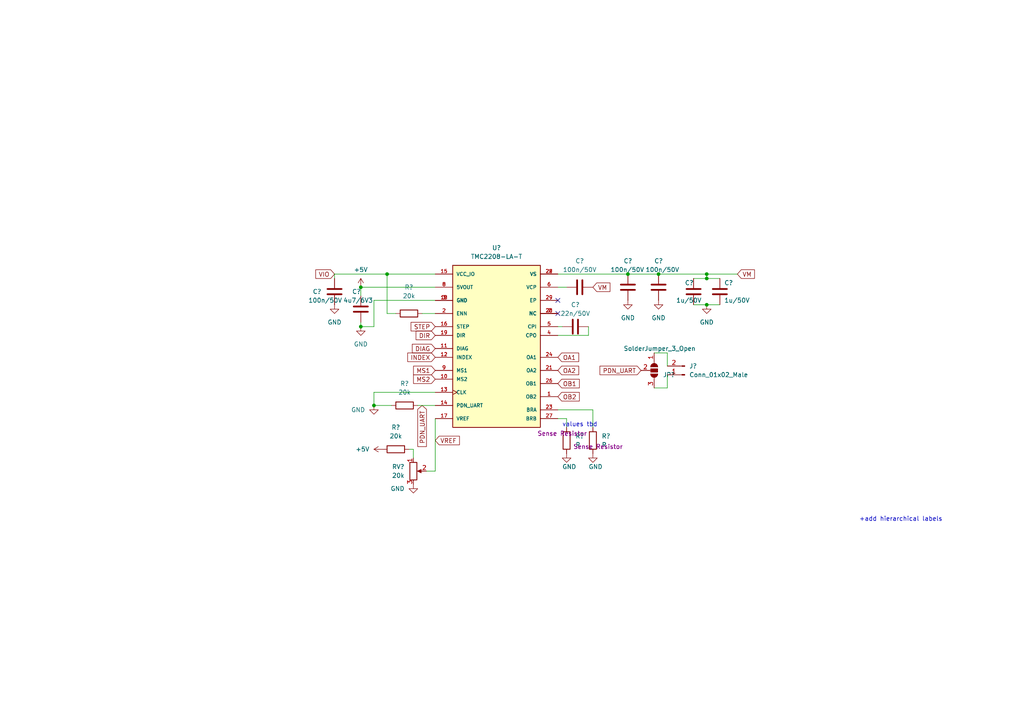
<source format=kicad_sch>
(kicad_sch (version 20211123) (generator eeschema)
  (paper "A4")
  (lib_symbols
    (symbol "Connector:Conn_01x02_Male" (pin_names (offset 1.016) hide)
      (property "Reference" "J" (at 0 2.54 0))
      (property "Value" "Conn_01x02_Male" (at 0 -5.08 0))
      (symbol "Conn_01x02_Male_1_1"
        (polyline (pts (xy 1.27 -2.54) (xy 0.8636 -2.54)) (stroke (width 0.1524)))
        (polyline (pts (xy 1.27 0) (xy 0.8636 0)) (stroke (width 0.1524)))
        (rectangle (start 0.8636 -2.413) (end 0 -2.667) (stroke (width 0.1524)) (fill (type outline)))
        (rectangle (start 0.8636 0.127) (end 0 -0.127) (stroke (width 0.1524)) (fill (type outline)))
        (pin passive line (at 5.08 0 180) (length 3.81) (name "Pin_1") (number "1"))
        (pin passive line (at 5.08 -2.54 180) (length 3.81) (name "Pin_2") (number "2"))
      )
    )
    (symbol "Device:C" (pin_numbers hide) (pin_names (offset 0.254))
      (property "Reference" "C" (at 0.635 2.54 0))
      (property "Value" "C" (at 0.635 -2.54 0))
      (symbol "C_0_1"
        (polyline (pts (xy -2.032 -0.762) (xy 2.032 -0.762)) (stroke (width 0.508)))
        (polyline (pts (xy -2.032 0.762) (xy 2.032 0.762)) (stroke (width 0.508)))
      )
      (symbol "C_1_1"
        (pin passive line (at 0 3.81 270) (length 2.794) (name "~") (number "1"))
        (pin passive line (at 0 -3.81 90) (length 2.794) (name "~") (number "2"))
      )
    )
    (symbol "Device:R" (pin_numbers hide) (pin_names (offset 0))
      (property "Reference" "R" (at 2.032 0 90))
      (property "Value" "R" (at 0 0 90))
      (symbol "R_0_1"
        (rectangle (start -1.016 -2.54) (end 1.016 2.54) (stroke (width 0.254)))
      )
      (symbol "R_1_1"
        (pin passive line (at 0 3.81 270) (length 1.27) (name "~") (number "1"))
        (pin passive line (at 0 -3.81 90) (length 1.27) (name "~") (number "2"))
      )
    )
    (symbol "Device:R_Potentiometer" (pin_names (offset 1.016) hide)
      (property "Reference" "RV" (at -4.445 0 90))
      (property "Value" "R_Potentiometer" (at -2.54 0 90))
      (symbol "R_Potentiometer_0_1"
        (polyline (pts (xy 2.54 0) (xy 1.524 0)))
        (polyline (pts (xy 1.143 0) (xy 2.286 0.508) (xy 2.286 -0.508) (xy 1.143 0)) (fill (type outline)))
        (rectangle (start 1.016 2.54) (end -1.016 -2.54) (stroke (width 0.254)))
      )
      (symbol "R_Potentiometer_1_1"
        (pin passive line (at 0 3.81 270) (length 1.27) (name "1") (number "1"))
        (pin passive line (at 3.81 0 180) (length 1.27) (name "2") (number "2"))
        (pin passive line (at 0 -3.81 90) (length 1.27) (name "3") (number "3"))
      )
    )
    (symbol "Jumper:SolderJumper_3_Open" (pin_names (offset 0) hide)
      (property "Reference" "JP" (at -2.54 -2.54 0))
      (property "Value" "SolderJumper_3_Open" (at 0 2.794 0))
      (symbol "SolderJumper_3_Open_0_1"
        (arc (start -1.016 1.016) (mid -2.032 0) (end -1.016 -1.016))
        (arc (start -1.016 1.016) (mid -2.032 0) (end -1.016 -1.016) (fill (type outline)))
        (rectangle (start -0.508 1.016) (end 0.508 -1.016) (fill (type outline)))
        (polyline (pts (xy -2.54 0) (xy -2.032 0)))
        (polyline (pts (xy -1.016 1.016) (xy -1.016 -1.016)))
        (polyline (pts (xy 0 -1.27) (xy 0 -1.016)))
        (polyline (pts (xy 1.016 1.016) (xy 1.016 -1.016)))
        (polyline (pts (xy 2.54 0) (xy 2.032 0)))
        (arc (start 1.016 -1.016) (mid 2.032 0) (end 1.016 1.016))
        (arc (start 1.016 -1.016) (mid 2.032 0) (end 1.016 1.016) (fill (type outline)))
      )
      (symbol "SolderJumper_3_Open_1_1"
        (pin passive line (at -5.08 0 0) (length 2.54) (name "A") (number "1"))
        (pin passive line (at 0 -3.81 90) (length 2.54) (name "C") (number "2"))
        (pin passive line (at 5.08 0 180) (length 2.54) (name "B") (number "3"))
      )
    )
    (symbol "TMC2208-LA-T:TMC2208-LA-T" (pin_names (offset 1.016))
      (property "Reference" "U?" (at 0 33.6296 0))
      (property "Value" "TMC2208-LA-T" (at 0 31.0896 0))
      (symbol "TMC2208-LA-T_0_0"
        (rectangle (start -12.7 27.94) (end 12.7 -19.05) (stroke (width 0.254)) (fill (type background)))
        (pin output line (at 17.78 -10.16 180) (length 5.08) (name "OB2") (number "1"))
        (pin input line (at -17.78 -5.08 0) (length 5.08) (name "MS2") (number "10"))
        (pin output line (at -17.78 3.81 0) (length 5.08) (name "DIAG") (number "11"))
        (pin output line (at -17.78 1.27 0) (length 5.08) (name "INDEX") (number "12"))
        (pin input clock (at -17.78 -8.89 0) (length 5.08) (name "CLK") (number "13"))
        (pin bidirectional line (at -17.78 -12.7 0) (length 5.08) (name "PDN_UART") (number "14"))
        (pin power_in line (at -17.78 25.4 0) (length 5.08) (name "VCC_IO") (number "15"))
        (pin input line (at -17.78 10.16 0) (length 5.08) (name "STEP") (number "16"))
        (pin input line (at -17.78 -16.51 0) (length 5.08) (name "VREF") (number "17"))
        (pin power_in line (at -17.78 17.78 0) (length 5.08) (name "GND") (number "18"))
        (pin input line (at -17.78 7.62 0) (length 5.08) (name "DIR") (number "19"))
        (pin input line (at -17.78 13.97 0) (length 5.08) (name "ENN") (number "2"))
        (pin passive line (at 17.78 13.97 180) (length 5.08) (name "NC") (number "20"))
        (pin output line (at 17.78 -2.54 180) (length 5.08) (name "OA2") (number "21"))
        (pin power_in line (at 17.78 25.4 180) (length 5.08) (name "VS") (number "22"))
        (pin passive line (at 17.78 -13.97 180) (length 5.08) (name "BRA") (number "23"))
        (pin output line (at 17.78 1.27 180) (length 5.08) (name "OA1") (number "24"))
        (pin passive line (at 17.78 13.97 180) (length 5.08) (name "NC") (number "25"))
        (pin output line (at 17.78 -6.35 180) (length 5.08) (name "OB1") (number "26"))
        (pin passive line (at 17.78 -16.51 180) (length 5.08) (name "BRB") (number "27"))
        (pin power_in line (at 17.78 25.4 180) (length 5.08) (name "VS") (number "28"))
        (pin power_in line (at 17.78 17.78 180) (length 5.08) (name "EP") (number "29"))
        (pin power_in line (at -17.78 17.78 0) (length 5.08) (name "GND") (number "3"))
        (pin output line (at 17.78 7.62 180) (length 5.08) (name "CPO") (number "4"))
        (pin input line (at 17.78 10.16 180) (length 5.08) (name "CPI") (number "5"))
        (pin power_in line (at 17.78 21.59 180) (length 5.08) (name "VCP") (number "6"))
        (pin passive line (at 17.78 13.97 180) (length 5.08) (name "NC") (number "7"))
        (pin power_in line (at -17.78 21.59 0) (length 5.08) (name "5VOUT") (number "8"))
        (pin input line (at -17.78 -2.54 0) (length 5.08) (name "MS1") (number "9"))
      )
    )
    (symbol "power:+5V" (power) (pin_names (offset 0))
      (property "Value" "+5V" (at 0 3.556 0))
      (symbol "+5V_0_1"
        (polyline (pts (xy -0.762 1.27) (xy 0 2.54)))
        (polyline (pts (xy 0 0) (xy 0 2.54)))
        (polyline (pts (xy 0 2.54) (xy 0.762 1.27)))
      )
      (symbol "+5V_1_1"
        (pin power_in line (at 0 0 90) (length 0) hide (name "+5V") (number "1"))
      )
    )
    (symbol "power:GND" (power) (pin_names (offset 0))
      (property "Value" "GND" (at 0 -3.81 0))
      (symbol "GND_0_1"
        (polyline (pts (xy 0 0) (xy 0 -1.27) (xy 1.27 -1.27) (xy 0 -2.54) (xy -1.27 -1.27) (xy 0 -1.27)))
      )
      (symbol "GND_1_1"
        (pin power_in line (at 0 0 270) (length 0) hide (name "GND") (number "1"))
      )
    )
  )
  (junction (at 112.268 79.502))
  (junction (at 104.648 94.742))
  (junction (at 191.008 79.502))
  (junction (at 204.978 80.772))
  (junction (at 182.118 79.502))
  (junction (at 108.458 117.602))
  (junction (at 104.648 83.312))
  (junction (at 204.978 88.392))
  (junction (at 204.978 79.502))
  (no_connect (at 161.798 90.932))
  (no_connect (at 161.798 87.122))
  (wire (pts (xy 161.798 83.312) (xy 164.338 83.312)))
  (wire (pts (xy 122.428 90.932) (xy 126.238 90.932)))
  (wire (pts (xy 126.238 87.122) (xy 108.458 87.122)))
  (wire (pts (xy 204.978 79.502) (xy 204.978 80.772)))
  (wire (pts (xy 171.958 118.872) (xy 171.958 123.952)))
  (wire (pts (xy 114.808 90.932) (xy 112.268 90.932)))
  (wire (pts (xy 193.548 112.522) (xy 193.548 108.712)))
  (wire (pts (xy 104.648 83.312) (xy 126.238 83.312)))
  (wire (pts (xy 161.798 118.872) (xy 171.958 118.872)))
  (wire (pts (xy 170.688 97.282) (xy 161.798 97.282)))
  (wire (pts (xy 108.458 113.792) (xy 108.458 117.602)))
  (wire (pts (xy 201.168 88.392) (xy 204.978 88.392)))
  (wire (pts (xy 182.118 79.502) (xy 191.008 79.502)))
  (wire (pts (xy 161.798 121.412) (xy 164.338 121.412)))
  (wire (pts (xy 189.738 112.522) (xy 193.548 112.522)))
  (wire (pts (xy 201.168 80.772) (xy 204.978 80.772)))
  (wire (pts (xy 126.238 113.792) (xy 108.458 113.792)))
  (wire (pts (xy 104.648 83.312) (xy 104.648 85.852)))
  (wire (pts (xy 108.458 117.602) (xy 113.538 117.602)))
  (wire (pts (xy 170.688 94.742) (xy 170.688 97.282)))
  (wire (pts (xy 108.458 94.742) (xy 104.648 94.742)))
  (wire (pts (xy 189.738 102.362) (xy 193.548 102.362)))
  (wire (pts (xy 161.798 79.502) (xy 182.118 79.502)))
  (wire (pts (xy 112.268 79.502) (xy 97.028 79.502)))
  (wire (pts (xy 119.888 132.842) (xy 119.888 130.302)))
  (wire (pts (xy 97.028 79.502) (xy 97.028 80.772)))
  (wire (pts (xy 112.268 90.932) (xy 112.268 79.502)))
  (wire (pts (xy 191.008 79.502) (xy 204.978 79.502)))
  (wire (pts (xy 104.648 93.472) (xy 104.648 94.742)))
  (wire (pts (xy 204.978 80.772) (xy 208.788 80.772)))
  (wire (pts (xy 193.548 102.362) (xy 193.548 106.172)))
  (wire (pts (xy 126.238 79.502) (xy 112.268 79.502)))
  (wire (pts (xy 108.458 87.122) (xy 108.458 94.742)))
  (wire (pts (xy 119.888 130.302) (xy 118.618 130.302)))
  (wire (pts (xy 204.978 79.502) (xy 213.868 79.502)))
  (wire (pts (xy 161.798 94.742) (xy 163.068 94.742)))
  (wire (pts (xy 204.978 88.392) (xy 208.788 88.392)))
  (wire (pts (xy 126.238 136.652) (xy 126.238 121.412)))
  (wire (pts (xy 164.338 121.412) (xy 164.338 123.952)))
  (wire (pts (xy 123.698 136.652) (xy 126.238 136.652)))
  (wire (pts (xy 121.158 117.602) (xy 126.238 117.602)))
  (text "+add hierarchical labels" (at 249.174 151.384 0) (effects (font (size 1.27 1.27)) (justify left bottom)))
  (text "values tbd" (at 163.068 123.952 0) (effects (font (size 1.27 1.27)) (justify left bottom)))
  (global_label "PDN_UART" (shape input) (at 122.428 117.602 270) (property "Intersheet References" "${INTERSHEET_REFS}" (effects hide)))
  (global_label "OA2" (shape input) (at 161.798 107.442 0) (property "Intersheet References" "${INTERSHEET_REFS}" (effects hide)))
  (global_label "OB1" (shape input) (at 161.798 111.252 0) (property "Intersheet References" "${INTERSHEET_REFS}" (effects hide)))
  (global_label "VIO" (shape input) (at 97.028 79.502 180) (property "Intersheet References" "${INTERSHEET_REFS}" (effects hide)))
  (global_label "DIAG" (shape input) (at 126.238 101.092 180) (property "Intersheet References" "${INTERSHEET_REFS}" (effects hide)))
  (global_label "MS1" (shape input) (at 126.238 107.442 180) (property "Intersheet References" "${INTERSHEET_REFS}" (effects hide)))
  (global_label "INDEX" (shape input) (at 126.238 103.632 180) (property "Intersheet References" "${INTERSHEET_REFS}" (effects hide)))
  (global_label "VM" (shape input) (at 171.958 83.312 0) (property "Intersheet References" "${INTERSHEET_REFS}" (effects hide)))
  (global_label "MS2" (shape input) (at 126.238 109.982 180) (property "Intersheet References" "${INTERSHEET_REFS}" (effects hide)))
  (global_label "PDN_UART" (shape input) (at 185.928 107.442 180) (property "Intersheet References" "${INTERSHEET_REFS}" (effects hide)))
  (global_label "STEP" (shape input) (at 126.238 94.742 180) (property "Intersheet References" "${INTERSHEET_REFS}" (effects hide)))
  (global_label "OA1" (shape input) (at 161.798 103.632 0) (property "Intersheet References" "${INTERSHEET_REFS}" (effects hide)))
  (global_label "OB2" (shape input) (at 161.798 115.062 0) (property "Intersheet References" "${INTERSHEET_REFS}" (effects hide)))
  (global_label "DIR" (shape input) (at 126.238 97.282 180) (property "Intersheet References" "${INTERSHEET_REFS}" (effects hide)))
  (global_label "VREF" (shape input) (at 126.238 127.762 0) (property "Intersheet References" "${INTERSHEET_REFS}" (effects hide)))
  (global_label "VM" (shape input) (at 213.868 79.502 0) (property "Intersheet References" "${INTERSHEET_REFS}" (effects hide)))
  (symbol (lib_id "power:+5V") (at 110.998 130.302 90) (unit 1)
    (property "Reference" "#PWR?" (effects hide))
    (property "Value" "+5V" (at 107.188 130.3019 90) (effects (justify left)))
  )
  (symbol (lib_id "power:GND") (at 108.458 117.602 0) (unit 1)
    (property "Reference" "#PWR?" (effects hide))
    (property "Value" "GND" (at 105.918 118.8719 0) (effects (justify right)))
  )
  (symbol (lib_id "power:GND") (at 164.338 131.572 0) (unit 1)
    (property "Reference" "#PWR?" (effects hide))
    (property "Value" "GND" (at 163.068 135.382 0) (effects (justify left)))
  )
  (symbol (lib_id "Jumper:SolderJumper_3_Open") (at 189.738 107.442 270) (unit 1)
    (property "Reference" "JP?" (at 192.278 108.7121 90) (effects (justify left)))
    (property "Value" "SolderJumper_3_Open" (at 180.848 101.092 90) (effects (justify left)))
  )
  (symbol (lib_id "power:GND") (at 97.028 88.392 0) (unit 1)
    (property "Reference" "#PWR?" (effects hide))
    (property "Value" "GND" (at 97.028 93.472 0))
  )
  (symbol (lib_id "Device:C") (at 191.008 83.312 180) (unit 1)
    (property "Reference" "C?" (at 189.738 75.692 0) (effects (justify right)))
    (property "Value" "100n/50V" (at 187.198 78.232 0) (effects (justify right)))
  )
  (symbol (lib_id "power:GND") (at 119.888 140.462 0) (unit 1)
    (property "Reference" "#PWR?" (effects hide))
    (property "Value" "GND" (at 117.348 141.7319 0) (effects (justify right)))
  )
  (symbol (lib_id "Device:C") (at 166.878 94.742 270) (unit 1)
    (property "Reference" "C?" (at 166.878 88.392 90))
    (property "Value" "22n/50V" (at 166.878 90.932 90))
  )
  (symbol (lib_id "Device:R") (at 171.958 127.762 180) (unit 1)
    (property "Reference" "R?" (at 174.498 126.4919 0) (effects (justify right)))
    (property "Value" "R" (at 174.498 129.0319 0) (effects (justify right)))
    (property "Purpose" "Sense Resistor" (at 173.482 129.54 0))
  )
  (symbol (lib_id "power:+5V") (at 104.648 83.312 0) (unit 1)
    (property "Reference" "#PWR?" (effects hide))
    (property "Value" "+5V" (at 104.648 78.232 0))
  )
  (symbol (lib_id "power:GND") (at 182.118 87.122 0) (unit 1)
    (property "Reference" "#PWR?" (effects hide))
    (property "Value" "GND" (at 182.118 92.202 0))
  )
  (symbol (lib_id "Connector:Conn_01x02_Male") (at 198.628 108.712 180) (unit 1)
    (property "Reference" "J?" (at 199.898 106.1719 0) (effects (justify right)))
    (property "Value" "Conn_01x02_Male" (at 199.898 108.7119 0) (effects (justify right)))
  )
  (symbol (lib_id "Device:C") (at 168.148 83.312 90) (unit 1)
    (property "Reference" "C?" (at 168.148 75.692 90))
    (property "Value" "100n/50V" (at 168.148 78.232 90))
  )
  (symbol (lib_id "Device:C") (at 97.028 84.582 180) (unit 1)
    (property "Reference" "C?" (at 90.678 84.582 0) (effects (justify right)))
    (property "Value" "100n/50V" (at 89.408 87.122 0) (effects (justify right)))
  )
  (symbol (lib_id "Device:C") (at 104.648 89.662 180) (unit 1)
    (property "Reference" "C?" (at 102.108 84.582 0) (effects (justify right)))
    (property "Value" "4u7/6V3" (at 99.568 87.122 0) (effects (justify right)))
  )
  (symbol (lib_id "Device:R") (at 118.618 90.932 90) (unit 1)
    (property "Reference" "R?" (at 118.618 83.312 90))
    (property "Value" "20k" (at 118.618 85.852 90))
  )
  (symbol (lib_id "power:GND") (at 204.978 88.392 0) (unit 1)
    (property "Reference" "#PWR?" (effects hide))
    (property "Value" "GND" (at 204.978 93.472 0))
  )
  (symbol (lib_id "Device:C") (at 208.788 84.582 180) (unit 1)
    (property "Reference" "C?" (at 210.058 82.042 0) (effects (justify right)))
    (property "Value" "1u/50V" (at 210.058 87.122 0) (effects (justify right)))
  )
  (symbol (lib_id "TMC2208-LA-T:TMC2208-LA-T") (at 144.018 104.902 0) (unit 1)
    (property "Reference" "U?" (at 144.018 71.882 0))
    (property "Value" "TMC2208-LA-T" (at 144.018 74.422 0))
    (property "Footprint" "QFN50P500X500X90-29N" (effects hide))
    (property "PARTREV" "1.09" (effects hide))
    (property "MANUFACTURER" "Trinamic Motion" (effects hide))
    (property "MAXIMUM_PACKAGE_HEIGHT" "0.9mm" (effects hide))
    (property "STANDARD" "IPC 7351B" (effects hide))
  )
  (symbol (lib_id "power:GND") (at 171.958 131.572 0) (unit 1)
    (property "Reference" "#PWR?" (effects hide))
    (property "Value" "GND" (at 170.688 135.382 0) (effects (justify left)))
  )
  (symbol (lib_id "Device:R") (at 117.348 117.602 270) (unit 1)
    (property "Reference" "R?" (at 117.348 111.252 90))
    (property "Value" "20k" (at 117.348 113.792 90))
  )
  (symbol (lib_id "Device:R") (at 164.338 127.762 180) (unit 1)
    (property "Reference" "R?" (at 166.878 126.4919 0) (effects (justify right)))
    (property "Value" "R" (at 166.878 129.0319 0) (effects (justify right)))
    (property "Purpose" "Sense Resistor" (at 163.068 125.73 0))
  )
  (symbol (lib_id "Device:R_Potentiometer") (at 119.888 136.652 0) (unit 1)
    (property "Reference" "RV?" (at 117.348 135.3819 0) (effects (justify right)))
    (property "Value" "20k" (at 117.348 137.9219 0) (effects (justify right)))
  )
  (symbol (lib_id "power:GND") (at 104.648 94.742 0) (unit 1)
    (property "Reference" "#PWR?" (effects hide))
    (property "Value" "GND" (at 104.648 99.822 0))
  )
  (symbol (lib_id "Device:R") (at 114.808 130.302 90) (unit 1)
    (property "Reference" "R?" (at 114.808 123.952 90))
    (property "Value" "20k" (at 114.808 126.492 90))
  )
  (symbol (lib_id "power:GND") (at 191.008 87.122 0) (unit 1)
    (property "Reference" "#PWR?" (effects hide))
    (property "Value" "GND" (at 191.008 92.202 0))
  )
  (symbol (lib_id "Device:C") (at 201.168 84.582 180) (unit 1)
    (property "Reference" "C?" (at 198.628 82.042 0) (effects (justify right)))
    (property "Value" "1u/50V" (at 196.088 87.122 0) (effects (justify right)))
  )
  (symbol (lib_id "Device:C") (at 182.118 83.312 180) (unit 1)
    (property "Reference" "C?" (at 180.848 75.692 0) (effects (justify right)))
    (property "Value" "100n/50V" (at 177.038 78.232 0) (effects (justify right)))
  )
)
</source>
